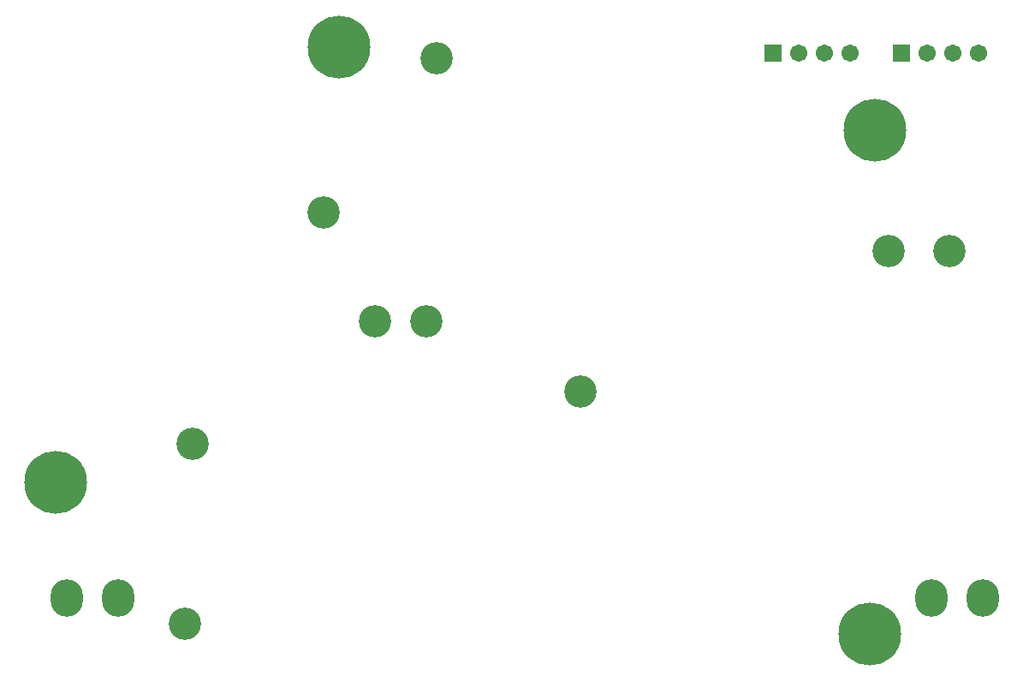
<source format=gbs>
G04*
G04 #@! TF.GenerationSoftware,Altium Limited,Altium Designer,23.3.1 (30)*
G04*
G04 Layer_Color=16711935*
%FSLAX45Y45*%
%MOMM*%
G71*
G04*
G04 #@! TF.SameCoordinates,551D5C09-00C5-4FD8-83AD-956C1D01ED91*
G04*
G04*
G04 #@! TF.FilePolarity,Negative*
G04*
G01*
G75*
%ADD57C,6.20320*%
%ADD58O,3.20320X3.70320*%
%ADD59C,3.20320*%
%ADD60C,1.70320*%
%ADD61R,1.70320X1.70320*%
D57*
X8450000Y400000D02*
D03*
X400000Y1900000D02*
D03*
X3200000Y6200000D02*
D03*
X8500000Y5377800D02*
D03*
D58*
X9568273Y762000D02*
D03*
X9060273D02*
D03*
X508000D02*
D03*
X1016000D02*
D03*
D59*
X9239561Y4191000D02*
D03*
X4064000Y3495180D02*
D03*
X3558700Y3495180D02*
D03*
X1752557Y2286000D02*
D03*
X4165600Y6096000D02*
D03*
X3048000Y4572000D02*
D03*
X1673957Y502278D02*
D03*
X5588000Y2801538D02*
D03*
X8636000Y4191000D02*
D03*
D60*
X9525000Y6146800D02*
D03*
X9271000D02*
D03*
X9017000D02*
D03*
X8255000D02*
D03*
X8001000D02*
D03*
X7747000D02*
D03*
D61*
X8763000D02*
D03*
X7493000D02*
D03*
M02*

</source>
